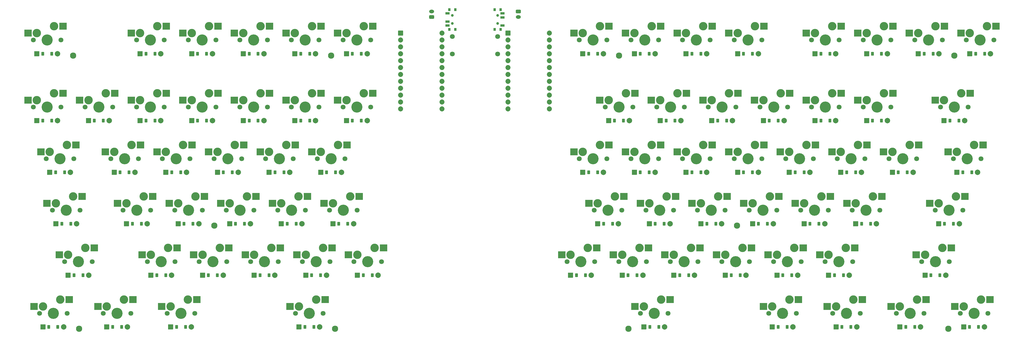
<source format=gbr>
%TF.GenerationSoftware,KiCad,Pcbnew,9.0.2*%
%TF.CreationDate,2025-05-23T00:15:25+09:00*%
%TF.ProjectId,jjongkbd,6a6a6f6e-676b-4626-942e-6b696361645f,0.1*%
%TF.SameCoordinates,Original*%
%TF.FileFunction,Soldermask,Bot*%
%TF.FilePolarity,Negative*%
%FSLAX46Y46*%
G04 Gerber Fmt 4.6, Leading zero omitted, Abs format (unit mm)*
G04 Created by KiCad (PCBNEW 9.0.2) date 2025-05-23 00:15:25*
%MOMM*%
%LPD*%
G01*
G04 APERTURE LIST*
G04 Aperture macros list*
%AMRoundRect*
0 Rectangle with rounded corners*
0 $1 Rounding radius*
0 $2 $3 $4 $5 $6 $7 $8 $9 X,Y pos of 4 corners*
0 Add a 4 corners polygon primitive as box body*
4,1,4,$2,$3,$4,$5,$6,$7,$8,$9,$2,$3,0*
0 Add four circle primitives for the rounded corners*
1,1,$1+$1,$2,$3*
1,1,$1+$1,$4,$5*
1,1,$1+$1,$6,$7*
1,1,$1+$1,$8,$9*
0 Add four rect primitives between the rounded corners*
20,1,$1+$1,$2,$3,$4,$5,0*
20,1,$1+$1,$4,$5,$6,$7,0*
20,1,$1+$1,$6,$7,$8,$9,0*
20,1,$1+$1,$8,$9,$2,$3,0*%
G04 Aperture macros list end*
%ADD10C,4.087800*%
%ADD11C,1.801800*%
%ADD12C,3.100000*%
%ADD13RoundRect,0.050000X-1.275000X-1.250000X1.275000X-1.250000X1.275000X1.250000X-1.275000X1.250000X0*%
%ADD14RoundRect,0.050000X-0.450000X-0.600000X0.450000X-0.600000X0.450000X0.600000X-0.450000X0.600000X0*%
%ADD15RoundRect,0.050000X-0.889000X-0.889000X0.889000X-0.889000X0.889000X0.889000X-0.889000X0.889000X0*%
%ADD16C,2.005000*%
%ADD17C,1.800000*%
%ADD18RoundRect,0.050000X-0.400000X0.500000X-0.400000X-0.500000X0.400000X-0.500000X0.400000X0.500000X0*%
%ADD19RoundRect,0.050000X-0.750000X0.350000X-0.750000X-0.350000X0.750000X-0.350000X0.750000X0.350000X0*%
%ADD20C,1.000000*%
%ADD21RoundRect,0.050000X0.400000X-0.500000X0.400000X0.500000X-0.400000X0.500000X-0.400000X-0.500000X0*%
%ADD22RoundRect,0.050000X0.750000X-0.350000X0.750000X0.350000X-0.750000X0.350000X-0.750000X-0.350000X0*%
%ADD23RoundRect,0.260000X-0.665000X0.390000X-0.665000X-0.390000X0.665000X-0.390000X0.665000X0.390000X0*%
%ADD24O,1.850000X1.300000*%
%ADD25RoundRect,0.260000X0.665000X-0.390000X0.665000X0.390000X-0.665000X0.390000X-0.665000X-0.390000X0*%
%ADD26RoundRect,0.050000X-0.876300X0.876300X-0.876300X-0.876300X0.876300X-0.876300X0.876300X0.876300X0*%
%ADD27C,1.852600*%
%ADD28C,2.300000*%
G04 APERTURE END LIST*
D10*
%TO.C,S1*%
X38000000Y-57000000D03*
D11*
X43080000Y-57000000D03*
X32920000Y-57000000D03*
D12*
X40540000Y-51920000D03*
X34190000Y-54460000D03*
D13*
X30915000Y-54460000D03*
X43842000Y-51920000D03*
%TD*%
D10*
%TO.C,S2*%
X76000000Y-57000000D03*
D11*
X81080000Y-57000000D03*
X70920000Y-57000000D03*
D12*
X78540000Y-51920000D03*
X72190000Y-54460000D03*
D13*
X68915000Y-54460000D03*
X81842000Y-51920000D03*
%TD*%
D10*
%TO.C,S3*%
X95000000Y-57000000D03*
D11*
X100080000Y-57000000D03*
X89920000Y-57000000D03*
D12*
X97540000Y-51920000D03*
X91190000Y-54460000D03*
D13*
X87915000Y-54460000D03*
X100842000Y-51920000D03*
%TD*%
D10*
%TO.C,S4*%
X114000000Y-57000000D03*
D11*
X119080000Y-57000000D03*
X108920000Y-57000000D03*
D12*
X116540000Y-51920000D03*
X110190000Y-54460000D03*
D13*
X106915000Y-54460000D03*
X119842000Y-51920000D03*
%TD*%
D10*
%TO.C,S5*%
X133000000Y-57000000D03*
D11*
X138080000Y-57000000D03*
X127920000Y-57000000D03*
D12*
X135540000Y-51920000D03*
X129190000Y-54460000D03*
D13*
X125915000Y-54460000D03*
X138842000Y-51920000D03*
%TD*%
D10*
%TO.C,S6*%
X152000000Y-57000000D03*
D11*
X157080000Y-57000000D03*
X146920000Y-57000000D03*
D12*
X154540000Y-51920000D03*
X148190000Y-54460000D03*
D13*
X144915000Y-54460000D03*
X157842000Y-51920000D03*
%TD*%
D10*
%TO.C,S7*%
X38000000Y-81700000D03*
D11*
X43080000Y-81700000D03*
X32920000Y-81700000D03*
D12*
X40540000Y-76620000D03*
X34190000Y-79160000D03*
D13*
X30915000Y-79160000D03*
X43842000Y-76620000D03*
%TD*%
D10*
%TO.C,S8*%
X57000000Y-81700000D03*
D11*
X62080000Y-81700000D03*
X51920000Y-81700000D03*
D12*
X59540000Y-76620000D03*
X53190000Y-79160000D03*
D13*
X49915000Y-79160000D03*
X62842000Y-76620000D03*
%TD*%
D10*
%TO.C,S9*%
X76000000Y-81700000D03*
D11*
X81080000Y-81700000D03*
X70920000Y-81700000D03*
D12*
X78540000Y-76620000D03*
X72190000Y-79160000D03*
D13*
X68915000Y-79160000D03*
X81842000Y-76620000D03*
%TD*%
D10*
%TO.C,S10*%
X95000000Y-81700000D03*
D11*
X100080000Y-81700000D03*
X89920000Y-81700000D03*
D12*
X97540000Y-76620000D03*
X91190000Y-79160000D03*
D13*
X87915000Y-79160000D03*
X100842000Y-76620000D03*
%TD*%
D10*
%TO.C,S11*%
X114000000Y-81700000D03*
D11*
X119080000Y-81700000D03*
X108920000Y-81700000D03*
D12*
X116540000Y-76620000D03*
X110190000Y-79160000D03*
D13*
X106915000Y-79160000D03*
X119842000Y-76620000D03*
%TD*%
D10*
%TO.C,S12*%
X133000000Y-81700000D03*
D11*
X138080000Y-81700000D03*
X127920000Y-81700000D03*
D12*
X135540000Y-76620000D03*
X129190000Y-79160000D03*
D13*
X125915000Y-79160000D03*
X138842000Y-76620000D03*
%TD*%
D10*
%TO.C,S13*%
X152000000Y-81700000D03*
D11*
X157080000Y-81700000D03*
X146920000Y-81700000D03*
D12*
X154540000Y-76620000D03*
X148190000Y-79160000D03*
D13*
X144915000Y-79160000D03*
X157842000Y-76620000D03*
%TD*%
D10*
%TO.C,S14*%
X42750000Y-100700000D03*
D11*
X47830000Y-100700000D03*
X37670000Y-100700000D03*
D12*
X45290000Y-95620000D03*
X38940000Y-98160000D03*
D13*
X35665000Y-98160000D03*
X48592000Y-95620000D03*
%TD*%
D10*
%TO.C,S15*%
X66500000Y-100700000D03*
D11*
X71580000Y-100700000D03*
X61420000Y-100700000D03*
D12*
X69040000Y-95620000D03*
X62690000Y-98160000D03*
D13*
X59415000Y-98160000D03*
X72342000Y-95620000D03*
%TD*%
D10*
%TO.C,S16*%
X85500000Y-100700000D03*
D11*
X90580000Y-100700000D03*
X80420000Y-100700000D03*
D12*
X88040000Y-95620000D03*
X81690000Y-98160000D03*
D13*
X78415000Y-98160000D03*
X91342000Y-95620000D03*
%TD*%
D10*
%TO.C,S17*%
X104500000Y-100700000D03*
D11*
X109580000Y-100700000D03*
X99420000Y-100700000D03*
D12*
X107040000Y-95620000D03*
X100690000Y-98160000D03*
D13*
X97415000Y-98160000D03*
X110342000Y-95620000D03*
%TD*%
D10*
%TO.C,S18*%
X123500000Y-100700000D03*
D11*
X128580000Y-100700000D03*
X118420000Y-100700000D03*
D12*
X126040000Y-95620000D03*
X119690000Y-98160000D03*
D13*
X116415000Y-98160000D03*
X129342000Y-95620000D03*
%TD*%
D10*
%TO.C,S19*%
X142500000Y-100700000D03*
D11*
X147580000Y-100700000D03*
X137420000Y-100700000D03*
D12*
X145040000Y-95620000D03*
X138690000Y-98160000D03*
D13*
X135415000Y-98160000D03*
X148342000Y-95620000D03*
%TD*%
D10*
%TO.C,S20*%
X45000000Y-119700000D03*
D11*
X50080000Y-119700000D03*
X39920000Y-119700000D03*
D12*
X47540000Y-114620000D03*
X41190000Y-117160000D03*
D13*
X37915000Y-117160000D03*
X50842000Y-114620000D03*
%TD*%
D10*
%TO.C,S21*%
X71000000Y-119700000D03*
D11*
X76080000Y-119700000D03*
X65920000Y-119700000D03*
D12*
X73540000Y-114620000D03*
X67190000Y-117160000D03*
D13*
X63915000Y-117160000D03*
X76842000Y-114620000D03*
%TD*%
D10*
%TO.C,S22*%
X90000000Y-119700000D03*
D11*
X95080000Y-119700000D03*
X84920000Y-119700000D03*
D12*
X92540000Y-114620000D03*
X86190000Y-117160000D03*
D13*
X82915000Y-117160000D03*
X95842000Y-114620000D03*
%TD*%
D10*
%TO.C,S23*%
X109000000Y-119700000D03*
D11*
X114080000Y-119700000D03*
X103920000Y-119700000D03*
D12*
X111540000Y-114620000D03*
X105190000Y-117160000D03*
D13*
X101915000Y-117160000D03*
X114842000Y-114620000D03*
%TD*%
D10*
%TO.C,S24*%
X128000000Y-119700000D03*
D11*
X133080000Y-119700000D03*
X122920000Y-119700000D03*
D12*
X130540000Y-114620000D03*
X124190000Y-117160000D03*
D13*
X120915000Y-117160000D03*
X133842000Y-114620000D03*
%TD*%
D10*
%TO.C,S25*%
X147000000Y-119700000D03*
D11*
X152080000Y-119700000D03*
X141920000Y-119700000D03*
D12*
X149540000Y-114620000D03*
X143190000Y-117160000D03*
D13*
X139915000Y-117160000D03*
X152842000Y-114620000D03*
%TD*%
D10*
%TO.C,S26*%
X49500000Y-138700000D03*
D11*
X54580000Y-138700000D03*
X44420000Y-138700000D03*
D12*
X52040000Y-133620000D03*
X45690000Y-136160000D03*
D13*
X42415000Y-136160000D03*
X55342000Y-133620000D03*
%TD*%
D10*
%TO.C,S27*%
X80000000Y-138700000D03*
D11*
X85080000Y-138700000D03*
X74920000Y-138700000D03*
D12*
X82540000Y-133620000D03*
X76190000Y-136160000D03*
D13*
X72915000Y-136160000D03*
X85842000Y-133620000D03*
%TD*%
D10*
%TO.C,S28*%
X99000000Y-138700000D03*
D11*
X104080000Y-138700000D03*
X93920000Y-138700000D03*
D12*
X101540000Y-133620000D03*
X95190000Y-136160000D03*
D13*
X91915000Y-136160000D03*
X104842000Y-133620000D03*
%TD*%
D10*
%TO.C,S29*%
X118000000Y-138700000D03*
D11*
X123080000Y-138700000D03*
X112920000Y-138700000D03*
D12*
X120540000Y-133620000D03*
X114190000Y-136160000D03*
D13*
X110915000Y-136160000D03*
X123842000Y-133620000D03*
%TD*%
D10*
%TO.C,S30*%
X137000000Y-138700000D03*
D11*
X142080000Y-138700000D03*
X131920000Y-138700000D03*
D12*
X139540000Y-133620000D03*
X133190000Y-136160000D03*
D13*
X129915000Y-136160000D03*
X142842000Y-133620000D03*
%TD*%
D10*
%TO.C,S31*%
X156000000Y-138700000D03*
D11*
X161080000Y-138700000D03*
X150920000Y-138700000D03*
D12*
X158540000Y-133620000D03*
X152190000Y-136160000D03*
D13*
X148915000Y-136160000D03*
X161842000Y-133620000D03*
%TD*%
D10*
%TO.C,S32*%
X40250000Y-157700000D03*
D11*
X45330000Y-157700000D03*
X35170000Y-157700000D03*
D12*
X42790000Y-152620000D03*
X36440000Y-155160000D03*
D13*
X33165000Y-155160000D03*
X46092000Y-152620000D03*
%TD*%
D10*
%TO.C,S33*%
X63750000Y-157700000D03*
D11*
X68830000Y-157700000D03*
X58670000Y-157700000D03*
D12*
X66290000Y-152620000D03*
X59940000Y-155160000D03*
D13*
X56665000Y-155160000D03*
X69592000Y-152620000D03*
%TD*%
D10*
%TO.C,S34*%
X87250000Y-157700000D03*
D11*
X92330000Y-157700000D03*
X82170000Y-157700000D03*
D12*
X89790000Y-152620000D03*
X83440000Y-155160000D03*
D13*
X80165000Y-155160000D03*
X93092000Y-152620000D03*
%TD*%
D10*
%TO.C,S35*%
X134500000Y-157700000D03*
D11*
X139580000Y-157700000D03*
X129420000Y-157700000D03*
D12*
X137040000Y-152620000D03*
X130690000Y-155160000D03*
D13*
X127415000Y-155160000D03*
X140342000Y-152620000D03*
%TD*%
D10*
%TO.C,S36*%
X379250000Y-157700000D03*
D11*
X384330000Y-157700000D03*
X374170000Y-157700000D03*
D12*
X381790000Y-152620000D03*
X375440000Y-155160000D03*
D13*
X372165000Y-155160000D03*
X385092000Y-152620000D03*
%TD*%
D10*
%TO.C,S37*%
X355750000Y-157700000D03*
D11*
X360830000Y-157700000D03*
X350670000Y-157700000D03*
D12*
X358290000Y-152620000D03*
X351940000Y-155160000D03*
D13*
X348665000Y-155160000D03*
X361592000Y-152620000D03*
%TD*%
D10*
%TO.C,S38*%
X332250000Y-157700000D03*
D11*
X337330000Y-157700000D03*
X327170000Y-157700000D03*
D12*
X334790000Y-152620000D03*
X328440000Y-155160000D03*
D13*
X325165000Y-155160000D03*
X338092000Y-152620000D03*
%TD*%
D10*
%TO.C,S39*%
X308750000Y-157700000D03*
D11*
X313830000Y-157700000D03*
X303670000Y-157700000D03*
D12*
X311290000Y-152620000D03*
X304940000Y-155160000D03*
D13*
X301665000Y-155160000D03*
X314592000Y-152620000D03*
%TD*%
D10*
%TO.C,S40*%
X261500000Y-157700000D03*
D11*
X266580000Y-157700000D03*
X256420000Y-157700000D03*
D12*
X264040000Y-152620000D03*
X257690000Y-155160000D03*
D13*
X254415000Y-155160000D03*
X267342000Y-152620000D03*
%TD*%
D10*
%TO.C,S41*%
X365000000Y-138700000D03*
D11*
X370080000Y-138700000D03*
X359920000Y-138700000D03*
D12*
X367540000Y-133620000D03*
X361190000Y-136160000D03*
D13*
X357915000Y-136160000D03*
X370842000Y-133620000D03*
%TD*%
D10*
%TO.C,S42*%
X329500000Y-138700000D03*
D11*
X334580000Y-138700000D03*
X324420000Y-138700000D03*
D12*
X332040000Y-133620000D03*
X325690000Y-136160000D03*
D13*
X322415000Y-136160000D03*
X335342000Y-133620000D03*
%TD*%
D10*
%TO.C,S43*%
X310500000Y-138700000D03*
D11*
X315580000Y-138700000D03*
X305420000Y-138700000D03*
D12*
X313040000Y-133620000D03*
X306690000Y-136160000D03*
D13*
X303415000Y-136160000D03*
X316342000Y-133620000D03*
%TD*%
D10*
%TO.C,S44*%
X291500000Y-138700000D03*
D11*
X296580000Y-138700000D03*
X286420000Y-138700000D03*
D12*
X294040000Y-133620000D03*
X287690000Y-136160000D03*
D13*
X284415000Y-136160000D03*
X297342000Y-133620000D03*
%TD*%
D10*
%TO.C,S45*%
X272500000Y-138700000D03*
D11*
X277580000Y-138700000D03*
X267420000Y-138700000D03*
D12*
X275040000Y-133620000D03*
X268690000Y-136160000D03*
D13*
X265415000Y-136160000D03*
X278342000Y-133620000D03*
%TD*%
D10*
%TO.C,S46*%
X253500000Y-138700000D03*
D11*
X258580000Y-138700000D03*
X248420000Y-138700000D03*
D12*
X256040000Y-133620000D03*
X249690000Y-136160000D03*
D13*
X246415000Y-136160000D03*
X259342000Y-133620000D03*
%TD*%
D10*
%TO.C,S47*%
X234500000Y-138700000D03*
D11*
X239580000Y-138700000D03*
X229420000Y-138700000D03*
D12*
X237040000Y-133620000D03*
X230690000Y-136160000D03*
D13*
X227415000Y-136160000D03*
X240342000Y-133620000D03*
%TD*%
D10*
%TO.C,S48*%
X370000000Y-119700000D03*
D11*
X375080000Y-119700000D03*
X364920000Y-119700000D03*
D12*
X372540000Y-114620000D03*
X366190000Y-117160000D03*
D13*
X362915000Y-117160000D03*
X375842000Y-114620000D03*
%TD*%
D10*
%TO.C,S49*%
X339500000Y-119700000D03*
D11*
X344580000Y-119700000D03*
X334420000Y-119700000D03*
D12*
X342040000Y-114620000D03*
X335690000Y-117160000D03*
D13*
X332415000Y-117160000D03*
X345342000Y-114620000D03*
%TD*%
D10*
%TO.C,S50*%
X320500000Y-119700000D03*
D11*
X325580000Y-119700000D03*
X315420000Y-119700000D03*
D12*
X323040000Y-114620000D03*
X316690000Y-117160000D03*
D13*
X313415000Y-117160000D03*
X326342000Y-114620000D03*
%TD*%
D10*
%TO.C,S51*%
X301500000Y-119700000D03*
D11*
X306580000Y-119700000D03*
X296420000Y-119700000D03*
D12*
X304040000Y-114620000D03*
X297690000Y-117160000D03*
D13*
X294415000Y-117160000D03*
X307342000Y-114620000D03*
%TD*%
D10*
%TO.C,S52*%
X282500000Y-119700000D03*
D11*
X287580000Y-119700000D03*
X277420000Y-119700000D03*
D12*
X285040000Y-114620000D03*
X278690000Y-117160000D03*
D13*
X275415000Y-117160000D03*
X288342000Y-114620000D03*
%TD*%
D10*
%TO.C,S53*%
X263500000Y-119700000D03*
D11*
X268580000Y-119700000D03*
X258420000Y-119700000D03*
D12*
X266040000Y-114620000D03*
X259690000Y-117160000D03*
D13*
X256415000Y-117160000D03*
X269342000Y-114620000D03*
%TD*%
D10*
%TO.C,S54*%
X244500000Y-119700000D03*
D11*
X249580000Y-119700000D03*
X239420000Y-119700000D03*
D12*
X247040000Y-114620000D03*
X240690000Y-117160000D03*
D13*
X237415000Y-117160000D03*
X250342000Y-114620000D03*
%TD*%
D10*
%TO.C,S55*%
X376750000Y-100700000D03*
D11*
X381830000Y-100700000D03*
X371670000Y-100700000D03*
D12*
X379290000Y-95620000D03*
X372940000Y-98160000D03*
D13*
X369665000Y-98160000D03*
X382592000Y-95620000D03*
%TD*%
D10*
%TO.C,S56*%
X353000000Y-100700000D03*
D11*
X358080000Y-100700000D03*
X347920000Y-100700000D03*
D12*
X355540000Y-95620000D03*
X349190000Y-98160000D03*
D13*
X345915000Y-98160000D03*
X358842000Y-95620000D03*
%TD*%
D10*
%TO.C,S57*%
X334000000Y-100700000D03*
D11*
X339080000Y-100700000D03*
X328920000Y-100700000D03*
D12*
X336540000Y-95620000D03*
X330190000Y-98160000D03*
D13*
X326915000Y-98160000D03*
X339842000Y-95620000D03*
%TD*%
D10*
%TO.C,S58*%
X315000000Y-100700000D03*
D11*
X320080000Y-100700000D03*
X309920000Y-100700000D03*
D12*
X317540000Y-95620000D03*
X311190000Y-98160000D03*
D13*
X307915000Y-98160000D03*
X320842000Y-95620000D03*
%TD*%
D10*
%TO.C,S59*%
X296000000Y-100700000D03*
D11*
X301080000Y-100700000D03*
X290920000Y-100700000D03*
D12*
X298540000Y-95620000D03*
X292190000Y-98160000D03*
D13*
X288915000Y-98160000D03*
X301842000Y-95620000D03*
%TD*%
D10*
%TO.C,S60*%
X277000000Y-100700000D03*
D11*
X282080000Y-100700000D03*
X271920000Y-100700000D03*
D12*
X279540000Y-95620000D03*
X273190000Y-98160000D03*
D13*
X269915000Y-98160000D03*
X282842000Y-95620000D03*
%TD*%
D10*
%TO.C,S61*%
X258000000Y-100700000D03*
D11*
X263080000Y-100700000D03*
X252920000Y-100700000D03*
D12*
X260540000Y-95620000D03*
X254190000Y-98160000D03*
D13*
X250915000Y-98160000D03*
X263842000Y-95620000D03*
%TD*%
D10*
%TO.C,S62*%
X239000000Y-100700000D03*
D11*
X244080000Y-100700000D03*
X233920000Y-100700000D03*
D12*
X241540000Y-95620000D03*
X235190000Y-98160000D03*
D13*
X231915000Y-98160000D03*
X244842000Y-95620000D03*
%TD*%
D10*
%TO.C,S63*%
X372000000Y-81700000D03*
D11*
X377080000Y-81700000D03*
X366920000Y-81700000D03*
D12*
X374540000Y-76620000D03*
X368190000Y-79160000D03*
D13*
X364915000Y-79160000D03*
X377842000Y-76620000D03*
%TD*%
D10*
%TO.C,S64*%
X343500000Y-81700000D03*
D11*
X348580000Y-81700000D03*
X338420000Y-81700000D03*
D12*
X346040000Y-76620000D03*
X339690000Y-79160000D03*
D13*
X336415000Y-79160000D03*
X349342000Y-76620000D03*
%TD*%
D10*
%TO.C,S65*%
X324500000Y-81700000D03*
D11*
X329580000Y-81700000D03*
X319420000Y-81700000D03*
D12*
X327040000Y-76620000D03*
X320690000Y-79160000D03*
D13*
X317415000Y-79160000D03*
X330342000Y-76620000D03*
%TD*%
D10*
%TO.C,S66*%
X305500000Y-81700000D03*
D11*
X310580000Y-81700000D03*
X300420000Y-81700000D03*
D12*
X308040000Y-76620000D03*
X301690000Y-79160000D03*
D13*
X298415000Y-79160000D03*
X311342000Y-76620000D03*
%TD*%
D10*
%TO.C,S67*%
X286500000Y-81700000D03*
D11*
X291580000Y-81700000D03*
X281420000Y-81700000D03*
D12*
X289040000Y-76620000D03*
X282690000Y-79160000D03*
D13*
X279415000Y-79160000D03*
X292342000Y-76620000D03*
%TD*%
D10*
%TO.C,S68*%
X267500000Y-81700000D03*
D11*
X272580000Y-81700000D03*
X262420000Y-81700000D03*
D12*
X270040000Y-76620000D03*
X263690000Y-79160000D03*
D13*
X260415000Y-79160000D03*
X273342000Y-76620000D03*
%TD*%
D10*
%TO.C,S69*%
X248500000Y-81700000D03*
D11*
X253580000Y-81700000D03*
X243420000Y-81700000D03*
D12*
X251040000Y-76620000D03*
X244690000Y-79160000D03*
D13*
X241415000Y-79160000D03*
X254342000Y-76620000D03*
%TD*%
D10*
%TO.C,S70*%
X381500000Y-57000000D03*
D11*
X386580000Y-57000000D03*
X376420000Y-57000000D03*
D12*
X384040000Y-51920000D03*
X377690000Y-54460000D03*
D13*
X374415000Y-54460000D03*
X387342000Y-51920000D03*
%TD*%
D10*
%TO.C,S71*%
X362500000Y-57000000D03*
D11*
X367580000Y-57000000D03*
X357420000Y-57000000D03*
D12*
X365040000Y-51920000D03*
X358690000Y-54460000D03*
D13*
X355415000Y-54460000D03*
X368342000Y-51920000D03*
%TD*%
D10*
%TO.C,S72*%
X343500000Y-57000000D03*
D11*
X348580000Y-57000000D03*
X338420000Y-57000000D03*
D12*
X346040000Y-51920000D03*
X339690000Y-54460000D03*
D13*
X336415000Y-54460000D03*
X349342000Y-51920000D03*
%TD*%
D10*
%TO.C,S73*%
X324500000Y-57000000D03*
D11*
X329580000Y-57000000D03*
X319420000Y-57000000D03*
D12*
X327040000Y-51920000D03*
X320690000Y-54460000D03*
D13*
X317415000Y-54460000D03*
X330342000Y-51920000D03*
%TD*%
D10*
%TO.C,S74*%
X296000000Y-57000000D03*
D11*
X301080000Y-57000000D03*
X290920000Y-57000000D03*
D12*
X298540000Y-51920000D03*
X292190000Y-54460000D03*
D13*
X288915000Y-54460000D03*
X301842000Y-51920000D03*
%TD*%
D10*
%TO.C,S75*%
X277000000Y-57000000D03*
D11*
X282080000Y-57000000D03*
X271920000Y-57000000D03*
D12*
X279540000Y-51920000D03*
X273190000Y-54460000D03*
D13*
X269915000Y-54460000D03*
X282842000Y-51920000D03*
%TD*%
D10*
%TO.C,S76*%
X258000000Y-57000000D03*
D11*
X263080000Y-57000000D03*
X252920000Y-57000000D03*
D12*
X260540000Y-51920000D03*
X254190000Y-54460000D03*
D13*
X250915000Y-54460000D03*
X263842000Y-51920000D03*
%TD*%
D10*
%TO.C,S77*%
X239000000Y-57000000D03*
D11*
X244080000Y-57000000D03*
X233920000Y-57000000D03*
D12*
X241540000Y-51920000D03*
X235190000Y-54460000D03*
D13*
X231915000Y-54460000D03*
X244842000Y-51920000D03*
%TD*%
D14*
%TO.C,D1*%
X36350000Y-62000000D03*
X39650000Y-62000000D03*
D15*
X34190000Y-62000000D03*
D16*
X41810000Y-62000000D03*
%TD*%
D14*
%TO.C,D2*%
X74350000Y-62000000D03*
X77650000Y-62000000D03*
D15*
X72190000Y-62000000D03*
D16*
X79810000Y-62000000D03*
%TD*%
D14*
%TO.C,D3*%
X93350000Y-62000000D03*
X96650000Y-62000000D03*
D15*
X91190000Y-62000000D03*
D16*
X98810000Y-62000000D03*
%TD*%
D14*
%TO.C,D4*%
X112350000Y-62000000D03*
X115650000Y-62000000D03*
D15*
X110190000Y-62000000D03*
D16*
X117810000Y-62000000D03*
%TD*%
D14*
%TO.C,D5*%
X131350000Y-62000000D03*
X134650000Y-62000000D03*
D15*
X129190000Y-62000000D03*
D16*
X136810000Y-62000000D03*
%TD*%
D14*
%TO.C,D6*%
X150350000Y-62000000D03*
X153650000Y-62000000D03*
D15*
X148190000Y-62000000D03*
D16*
X155810000Y-62000000D03*
%TD*%
D14*
%TO.C,D7*%
X36350000Y-86700000D03*
X39650000Y-86700000D03*
D15*
X34190000Y-86700000D03*
D16*
X41810000Y-86700000D03*
%TD*%
D14*
%TO.C,D8*%
X55350000Y-86700000D03*
X58650000Y-86700000D03*
D15*
X53190000Y-86700000D03*
D16*
X60810000Y-86700000D03*
%TD*%
D14*
%TO.C,D9*%
X74350000Y-86700000D03*
X77650000Y-86700000D03*
D15*
X72190000Y-86700000D03*
D16*
X79810000Y-86700000D03*
%TD*%
D14*
%TO.C,D10*%
X93350000Y-86700000D03*
X96650000Y-86700000D03*
D15*
X91190000Y-86700000D03*
D16*
X98810000Y-86700000D03*
%TD*%
D14*
%TO.C,D11*%
X112350000Y-86700000D03*
X115650000Y-86700000D03*
D15*
X110190000Y-86700000D03*
D16*
X117810000Y-86700000D03*
%TD*%
D14*
%TO.C,D12*%
X131350000Y-86700000D03*
X134650000Y-86700000D03*
D15*
X129190000Y-86700000D03*
D16*
X136810000Y-86700000D03*
%TD*%
D14*
%TO.C,D13*%
X150350000Y-86700000D03*
X153650000Y-86700000D03*
D15*
X148190000Y-86700000D03*
D16*
X155810000Y-86700000D03*
%TD*%
D14*
%TO.C,D14*%
X41100000Y-105700000D03*
X44400000Y-105700000D03*
D15*
X38940000Y-105700000D03*
D16*
X46560000Y-105700000D03*
%TD*%
D14*
%TO.C,D15*%
X64850000Y-105700000D03*
X68150000Y-105700000D03*
D15*
X62690000Y-105700000D03*
D16*
X70310000Y-105700000D03*
%TD*%
D14*
%TO.C,D16*%
X83850000Y-105700000D03*
X87150000Y-105700000D03*
D15*
X81690000Y-105700000D03*
D16*
X89310000Y-105700000D03*
%TD*%
D14*
%TO.C,D17*%
X102850000Y-105700000D03*
X106150000Y-105700000D03*
D15*
X100690000Y-105700000D03*
D16*
X108310000Y-105700000D03*
%TD*%
D14*
%TO.C,D18*%
X121850000Y-105700000D03*
X125150000Y-105700000D03*
D15*
X119690000Y-105700000D03*
D16*
X127310000Y-105700000D03*
%TD*%
D14*
%TO.C,D19*%
X140850000Y-105700000D03*
X144150000Y-105700000D03*
D15*
X138690000Y-105700000D03*
D16*
X146310000Y-105700000D03*
%TD*%
D14*
%TO.C,D20*%
X43350000Y-124700000D03*
X46650000Y-124700000D03*
D15*
X41190000Y-124700000D03*
D16*
X48810000Y-124700000D03*
%TD*%
D14*
%TO.C,D21*%
X69350000Y-124700000D03*
X72650000Y-124700000D03*
D15*
X67190000Y-124700000D03*
D16*
X74810000Y-124700000D03*
%TD*%
D14*
%TO.C,D22*%
X88350000Y-124700000D03*
X91650000Y-124700000D03*
D15*
X86190000Y-124700000D03*
D16*
X93810000Y-124700000D03*
%TD*%
D14*
%TO.C,D23*%
X107350000Y-124700000D03*
X110650000Y-124700000D03*
D15*
X105190000Y-124700000D03*
D16*
X112810000Y-124700000D03*
%TD*%
D14*
%TO.C,D24*%
X126350000Y-124700000D03*
X129650000Y-124700000D03*
D15*
X124190000Y-124700000D03*
D16*
X131810000Y-124700000D03*
%TD*%
D14*
%TO.C,D25*%
X145350000Y-124700000D03*
X148650000Y-124700000D03*
D15*
X143190000Y-124700000D03*
D16*
X150810000Y-124700000D03*
%TD*%
D14*
%TO.C,D26*%
X47850000Y-143700000D03*
X51150000Y-143700000D03*
D15*
X45690000Y-143700000D03*
D16*
X53310000Y-143700000D03*
%TD*%
D14*
%TO.C,D27*%
X78350000Y-143700000D03*
X81650000Y-143700000D03*
D15*
X76190000Y-143700000D03*
D16*
X83810000Y-143700000D03*
%TD*%
D14*
%TO.C,D28*%
X97350000Y-143700000D03*
X100650000Y-143700000D03*
D15*
X95190000Y-143700000D03*
D16*
X102810000Y-143700000D03*
%TD*%
D14*
%TO.C,D29*%
X116350000Y-143700000D03*
X119650000Y-143700000D03*
D15*
X114190000Y-143700000D03*
D16*
X121810000Y-143700000D03*
%TD*%
D14*
%TO.C,D30*%
X135350000Y-143700000D03*
X138650000Y-143700000D03*
D15*
X133190000Y-143700000D03*
D16*
X140810000Y-143700000D03*
%TD*%
D14*
%TO.C,D31*%
X154350000Y-143700000D03*
X157650000Y-143700000D03*
D15*
X152190000Y-143700000D03*
D16*
X159810000Y-143700000D03*
%TD*%
D14*
%TO.C,D32*%
X38600000Y-162700000D03*
X41900000Y-162700000D03*
D15*
X36440000Y-162700000D03*
D16*
X44060000Y-162700000D03*
%TD*%
D14*
%TO.C,D33*%
X62100000Y-162700000D03*
X65400000Y-162700000D03*
D15*
X59940000Y-162700000D03*
D16*
X67560000Y-162700000D03*
%TD*%
D14*
%TO.C,D34*%
X85600000Y-162700000D03*
X88900000Y-162700000D03*
D15*
X83440000Y-162700000D03*
D16*
X91060000Y-162700000D03*
%TD*%
D14*
%TO.C,D35*%
X132850000Y-162700000D03*
X136150000Y-162700000D03*
D15*
X130690000Y-162700000D03*
D16*
X138310000Y-162700000D03*
%TD*%
D14*
%TO.C,D36*%
X377600000Y-162700000D03*
X380900000Y-162700000D03*
D15*
X375440000Y-162700000D03*
D16*
X383060000Y-162700000D03*
%TD*%
D14*
%TO.C,D37*%
X354100000Y-162700000D03*
X357400000Y-162700000D03*
D15*
X351940000Y-162700000D03*
D16*
X359560000Y-162700000D03*
%TD*%
D14*
%TO.C,D38*%
X330600000Y-162700000D03*
X333900000Y-162700000D03*
D15*
X328440000Y-162700000D03*
D16*
X336060000Y-162700000D03*
%TD*%
D14*
%TO.C,D39*%
X307100000Y-162700000D03*
X310400000Y-162700000D03*
D15*
X304940000Y-162700000D03*
D16*
X312560000Y-162700000D03*
%TD*%
D14*
%TO.C,D40*%
X259850000Y-162700000D03*
X263150000Y-162700000D03*
D15*
X257690000Y-162700000D03*
D16*
X265310000Y-162700000D03*
%TD*%
D14*
%TO.C,D41*%
X363350000Y-143700000D03*
X366650000Y-143700000D03*
D15*
X361190000Y-143700000D03*
D16*
X368810000Y-143700000D03*
%TD*%
D14*
%TO.C,D42*%
X327850000Y-143700000D03*
X331150000Y-143700000D03*
D15*
X325690000Y-143700000D03*
D16*
X333310000Y-143700000D03*
%TD*%
D14*
%TO.C,D43*%
X308850000Y-143700000D03*
X312150000Y-143700000D03*
D15*
X306690000Y-143700000D03*
D16*
X314310000Y-143700000D03*
%TD*%
D14*
%TO.C,D44*%
X289850000Y-143700000D03*
X293150000Y-143700000D03*
D15*
X287690000Y-143700000D03*
D16*
X295310000Y-143700000D03*
%TD*%
D14*
%TO.C,D45*%
X270850000Y-143700000D03*
X274150000Y-143700000D03*
D15*
X268690000Y-143700000D03*
D16*
X276310000Y-143700000D03*
%TD*%
D14*
%TO.C,D46*%
X251850000Y-143700000D03*
X255150000Y-143700000D03*
D15*
X249690000Y-143700000D03*
D16*
X257310000Y-143700000D03*
%TD*%
D14*
%TO.C,D47*%
X232850000Y-143700000D03*
X236150000Y-143700000D03*
D15*
X230690000Y-143700000D03*
D16*
X238310000Y-143700000D03*
%TD*%
D14*
%TO.C,D48*%
X368350000Y-124700000D03*
X371650000Y-124700000D03*
D15*
X366190000Y-124700000D03*
D16*
X373810000Y-124700000D03*
%TD*%
D14*
%TO.C,D49*%
X337850000Y-124700000D03*
X341150000Y-124700000D03*
D15*
X335690000Y-124700000D03*
D16*
X343310000Y-124700000D03*
%TD*%
D14*
%TO.C,D50*%
X318850000Y-124700000D03*
X322150000Y-124700000D03*
D15*
X316690000Y-124700000D03*
D16*
X324310000Y-124700000D03*
%TD*%
D14*
%TO.C,D51*%
X299850000Y-124700000D03*
X303150000Y-124700000D03*
D15*
X297690000Y-124700000D03*
D16*
X305310000Y-124700000D03*
%TD*%
D14*
%TO.C,D52*%
X280850000Y-124700000D03*
X284150000Y-124700000D03*
D15*
X278690000Y-124700000D03*
D16*
X286310000Y-124700000D03*
%TD*%
D14*
%TO.C,D53*%
X261850000Y-124700000D03*
X265150000Y-124700000D03*
D15*
X259690000Y-124700000D03*
D16*
X267310000Y-124700000D03*
%TD*%
D14*
%TO.C,D54*%
X242850000Y-124700000D03*
X246150000Y-124700000D03*
D15*
X240690000Y-124700000D03*
D16*
X248310000Y-124700000D03*
%TD*%
D14*
%TO.C,D55*%
X375100000Y-105700000D03*
X378400000Y-105700000D03*
D15*
X372940000Y-105700000D03*
D16*
X380560000Y-105700000D03*
%TD*%
D14*
%TO.C,D56*%
X351350000Y-105700000D03*
X354650000Y-105700000D03*
D15*
X349190000Y-105700000D03*
D16*
X356810000Y-105700000D03*
%TD*%
D14*
%TO.C,D57*%
X332350000Y-105700000D03*
X335650000Y-105700000D03*
D15*
X330190000Y-105700000D03*
D16*
X337810000Y-105700000D03*
%TD*%
D14*
%TO.C,D58*%
X313350000Y-105700000D03*
X316650000Y-105700000D03*
D15*
X311190000Y-105700000D03*
D16*
X318810000Y-105700000D03*
%TD*%
D14*
%TO.C,D59*%
X294350000Y-105700000D03*
X297650000Y-105700000D03*
D15*
X292190000Y-105700000D03*
D16*
X299810000Y-105700000D03*
%TD*%
D14*
%TO.C,D60*%
X275350000Y-105700000D03*
X278650000Y-105700000D03*
D15*
X273190000Y-105700000D03*
D16*
X280810000Y-105700000D03*
%TD*%
D14*
%TO.C,D61*%
X256350000Y-105700000D03*
X259650000Y-105700000D03*
D15*
X254190000Y-105700000D03*
D16*
X261810000Y-105700000D03*
%TD*%
D14*
%TO.C,D62*%
X237350000Y-105700000D03*
X240650000Y-105700000D03*
D15*
X235190000Y-105700000D03*
D16*
X242810000Y-105700000D03*
%TD*%
D14*
%TO.C,D63*%
X370350000Y-86700000D03*
X373650000Y-86700000D03*
D15*
X368190000Y-86700000D03*
D16*
X375810000Y-86700000D03*
%TD*%
D14*
%TO.C,D64*%
X341850000Y-86700000D03*
X345150000Y-86700000D03*
D15*
X339690000Y-86700000D03*
D16*
X347310000Y-86700000D03*
%TD*%
D14*
%TO.C,D65*%
X322850000Y-86700000D03*
X326150000Y-86700000D03*
D15*
X320690000Y-86700000D03*
D16*
X328310000Y-86700000D03*
%TD*%
D14*
%TO.C,D66*%
X303850000Y-86700000D03*
X307150000Y-86700000D03*
D15*
X301690000Y-86700000D03*
D16*
X309310000Y-86700000D03*
%TD*%
D14*
%TO.C,D67*%
X284850000Y-86700000D03*
X288150000Y-86700000D03*
D15*
X282690000Y-86700000D03*
D16*
X290310000Y-86700000D03*
%TD*%
D14*
%TO.C,D68*%
X265850000Y-86700000D03*
X269150000Y-86700000D03*
D15*
X263690000Y-86700000D03*
D16*
X271310000Y-86700000D03*
%TD*%
D14*
%TO.C,D69*%
X246850000Y-86700000D03*
X250150000Y-86700000D03*
D15*
X244690000Y-86700000D03*
D16*
X252310000Y-86700000D03*
%TD*%
D14*
%TO.C,D70*%
X379850000Y-62000000D03*
X383150000Y-62000000D03*
D15*
X377690000Y-62000000D03*
D16*
X385310000Y-62000000D03*
%TD*%
D14*
%TO.C,D71*%
X360850000Y-62000000D03*
X364150000Y-62000000D03*
D15*
X358690000Y-62000000D03*
D16*
X366310000Y-62000000D03*
%TD*%
D14*
%TO.C,D72*%
X341850000Y-62000000D03*
X345150000Y-62000000D03*
D15*
X339690000Y-62000000D03*
D16*
X347310000Y-62000000D03*
%TD*%
D14*
%TO.C,D73*%
X322850000Y-62000000D03*
X326150000Y-62000000D03*
D15*
X320690000Y-62000000D03*
D16*
X328310000Y-62000000D03*
%TD*%
D14*
%TO.C,D74*%
X294350000Y-62000000D03*
X297650000Y-62000000D03*
D15*
X292190000Y-62000000D03*
D16*
X299810000Y-62000000D03*
%TD*%
D14*
%TO.C,D75*%
X275350000Y-62000000D03*
X278650000Y-62000000D03*
D15*
X273190000Y-62000000D03*
D16*
X280810000Y-62000000D03*
%TD*%
D14*
%TO.C,D76*%
X256350000Y-62000000D03*
X259650000Y-62000000D03*
D15*
X254190000Y-62000000D03*
D16*
X261810000Y-62000000D03*
%TD*%
D14*
%TO.C,D77*%
X237350000Y-62000000D03*
X240650000Y-62000000D03*
D15*
X235190000Y-62000000D03*
D16*
X242810000Y-62000000D03*
%TD*%
D17*
%TO.C,RST1*%
X187150000Y-62150000D03*
X187150000Y-55650000D03*
%TD*%
%TO.C,RST2*%
X203850000Y-62150000D03*
X203850000Y-55650000D03*
%TD*%
D18*
%TO.C,PWR1*%
X186065000Y-45750000D03*
X188275000Y-45750000D03*
X186065000Y-53050000D03*
X188275000Y-53050000D03*
D19*
X185415000Y-47150000D03*
X185415000Y-50150000D03*
X185415000Y-51650000D03*
D20*
X187175000Y-47900000D03*
X187175000Y-50900000D03*
%TD*%
D21*
%TO.C,PWR2*%
X204935000Y-53050000D03*
X202725000Y-53050000D03*
X204935000Y-45750000D03*
X202725000Y-45750000D03*
D22*
X205585000Y-51650000D03*
X205585000Y-48650000D03*
X205585000Y-47150000D03*
D20*
X203825000Y-50900000D03*
X203825000Y-47900000D03*
%TD*%
D23*
%TO.C,JST1*%
X179550000Y-48500000D03*
D24*
X179550000Y-46500000D03*
%TD*%
D25*
%TO.C,JST2*%
X211450000Y-46500000D03*
D24*
X211450000Y-48500000D03*
%TD*%
D26*
%TO.C,MCU1*%
X168130000Y-54430000D03*
D27*
X168130000Y-56970000D03*
X168130000Y-59510000D03*
X168130000Y-62050000D03*
X168130000Y-64590000D03*
X168130000Y-67130000D03*
X168130000Y-69670000D03*
X168130000Y-72210000D03*
X168130000Y-74750000D03*
X168130000Y-77290000D03*
X168130000Y-79830000D03*
X168130000Y-82370000D03*
X183370000Y-54430000D03*
X183370000Y-56970000D03*
X183370000Y-59510000D03*
X183370000Y-62050000D03*
X183370000Y-64590000D03*
X183370000Y-67130000D03*
X183370000Y-69670000D03*
X183370000Y-72210000D03*
X183370000Y-74750000D03*
X183370000Y-77290000D03*
X183370000Y-79830000D03*
X183370000Y-82370000D03*
%TD*%
D26*
%TO.C,MCU2*%
X207630000Y-54430000D03*
D27*
X207630000Y-56970000D03*
X207630000Y-59510000D03*
X207630000Y-62050000D03*
X207630000Y-64590000D03*
X207630000Y-67130000D03*
X207630000Y-69670000D03*
X207630000Y-72210000D03*
X207630000Y-74750000D03*
X207630000Y-77290000D03*
X207630000Y-79830000D03*
X207630000Y-82370000D03*
X222870000Y-54430000D03*
X222870000Y-56970000D03*
X222870000Y-59510000D03*
X222870000Y-62050000D03*
X222870000Y-64590000D03*
X222870000Y-67130000D03*
X222870000Y-69670000D03*
X222870000Y-72210000D03*
X222870000Y-74750000D03*
X222870000Y-77290000D03*
X222870000Y-79830000D03*
X222870000Y-82370000D03*
%TD*%
D28*
%TO.C,MH1*%
X47500000Y-62700000D03*
%TD*%
%TO.C,MH2*%
X142500000Y-62700000D03*
%TD*%
%TO.C,MH3*%
X49750000Y-163400000D03*
%TD*%
%TO.C,MH4*%
X144000000Y-163400000D03*
%TD*%
%TO.C,MH5*%
X99500000Y-125400000D03*
%TD*%
%TO.C,MH6*%
X248500000Y-62700000D03*
%TD*%
%TO.C,MH7*%
X372000000Y-62700000D03*
%TD*%
%TO.C,MH8*%
X252000000Y-163400000D03*
%TD*%
%TO.C,MH9*%
X369750000Y-163400000D03*
%TD*%
%TO.C,MH10*%
X292000000Y-125400000D03*
%TD*%
M02*

</source>
